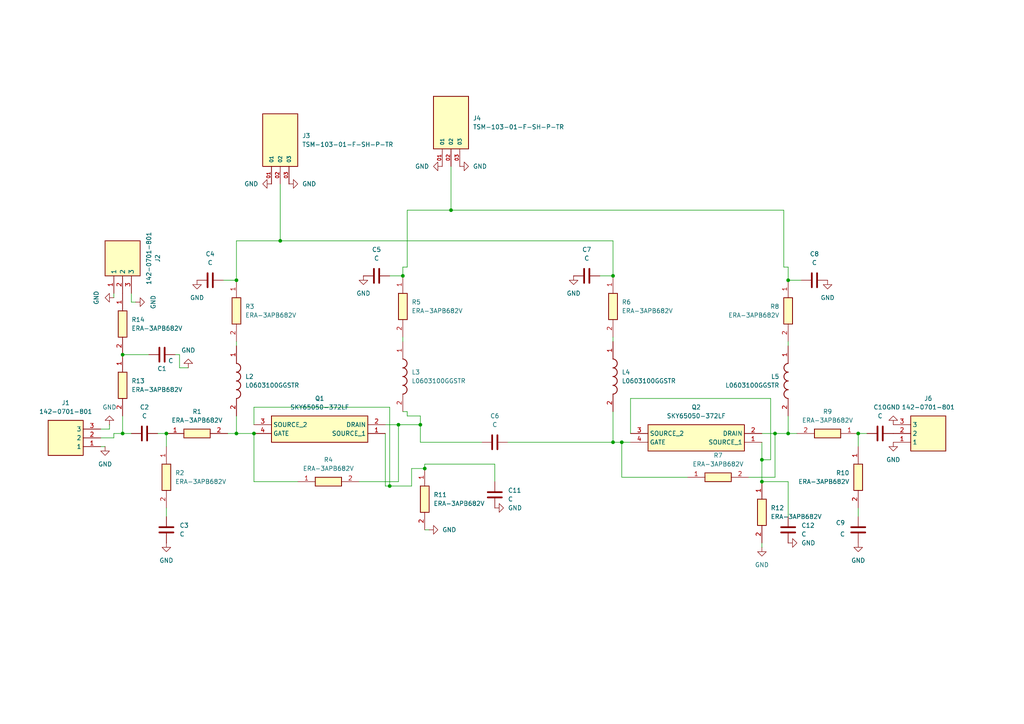
<source format=kicad_sch>
(kicad_sch (version 20231120) (generator "eeschema") (generator_version "8.0")
  (paper "A4")
  (lib_symbols
    (symbol "Device:C" (pin_numbers hide) (pin_names (offset 0.254))
      (property "Reference" "C" (at 0.635 2.54 0))
      (property "Value" "C" (at 0.635 -2.54 0))
      (symbol "C_0_1"
        (polyline (pts (xy -2.032 -0.762) (xy 2.032 -0.762)) (stroke (width 0.508)))
        (polyline (pts (xy -2.032 0.762) (xy 2.032 0.762)) (stroke (width 0.508)))
      )
      (symbol "C_1_1"
        (pin passive line (at 0 3.81 270) (length 2.794) (name "~") (number "1"))
        (pin passive line (at 0 -3.81 90) (length 2.794) (name "~") (number "2"))
      )
    )
    (symbol "Resistor:ERA-3APB682V" (pin_names hide)
      (property "Reference" "R" (at 13.97 6.35 0))
      (property "Value" "ERA-3APB682V" (at 13.97 3.81 0))
      (symbol "ERA-3APB682V_1_1"
        (rectangle (start 5.08 1.27) (end 12.7 -1.27) (stroke (width 0.254)) (fill (type background)))
        (pin passive line (at 0 0 0) (length 5.08) (name "1") (number "1"))
        (pin passive line (at 17.78 0 180) (length 5.08) (name "2") (number "2"))
      )
    )
    (symbol "SMA connector:142-0701-801"
      (property "Reference" "J" (at 16.51 7.62 0))
      (property "Value" "142-0701-801" (at 16.51 5.08 0))
      (symbol "142-0701-801_1_1"
        (rectangle (start 5.08 2.54) (end 15.24 -7.62) (stroke (width 0.254)) (fill (type background)))
        (pin passive line (at 0 0 0) (length 5.08) (name "1") (number "1"))
        (pin passive line (at 0 -2.54 0) (length 5.08) (name "2") (number "2"))
        (pin passive line (at 0 -5.08 0) (length 5.08) (name "3") (number "3"))
      )
    )
    (symbol "Transitor:SKY65050-372LF"
      (property "Reference" "Q" (at 34.29 7.62 0))
      (property "Value" "SKY65050-372LF" (at 34.29 5.08 0))
      (symbol "SKY65050-372LF_1_1"
        (rectangle (start 5.08 2.54) (end 33.02 -5.08) (stroke (width 0.254)) (fill (type background)))
        (pin passive line (at 0 -2.54 0) (length 5.08) (name "SOURCE_1") (number "1"))
        (pin passive line (at 0 0 0) (length 5.08) (name "DRAIN") (number "2"))
        (pin passive line (at 38.1 0 180) (length 5.08) (name "SOURCE_2") (number "3"))
        (pin passive line (at 38.1 -2.54 180) (length 5.08) (name "GATE") (number "4"))
      )
    )
    (symbol "inductor:L0603100GGSTR" (pin_names hide)
      (property "Reference" "L" (at 16.51 6.35 0))
      (property "Value" "L0603100GGSTR" (at 16.51 3.81 0))
      (symbol "L0603100GGSTR_1_1"
        (arc (start 7.62 0) (mid 6.35 1.219) (end 5.08 0) (stroke (width 0.254)))
        (arc (start 10.16 0) (mid 8.89 1.219) (end 7.62 0) (stroke (width 0.254)))
        (arc (start 12.7 0) (mid 11.43 1.219) (end 10.16 0) (stroke (width 0.254)))
        (arc (start 15.24 0) (mid 13.97 1.219) (end 12.7 0) (stroke (width 0.254)))
        (pin passive line (at 0 0 0) (length 5.08) (name "1") (number "1"))
        (pin passive line (at 20.32 0 180) (length 5.08) (name "2") (number "2"))
      )
    )
    (symbol "pin hearder:TSM-103-01-F-SH-P-TR" (pin_names (offset 1.016))
      (property "Reference" "J" (at -8.12 5.08 0))
      (property "Value" "TSM-103-01-F-SH-P-TR" (at -7.62 -7.62 0))
      (symbol "TSM-103-01-F-SH-P-TR_0_0"
        (rectangle (start -7.62 -5.08) (end 7.62 5.08) (stroke (width 0.254)) (fill (type background)))
        (pin passive line (at -12.7 2.54 0) (length 5.08) (name "01") (number "01"))
        (pin passive line (at -12.7 0 0) (length 5.08) (name "02") (number "02"))
        (pin passive line (at -12.7 -2.54 0) (length 5.08) (name "03") (number "03"))
      )
    )
    (symbol "power:GND" (power) (pin_numbers hide) (pin_names (offset 0) hide)
      (property "Value" "GND" (at 0 -3.81 0))
      (symbol "GND_0_1"
        (polyline (pts (xy 0 0) (xy 0 -1.27) (xy 1.27 -1.27) (xy 0 -2.54) (xy -1.27 -1.27) (xy 0 -1.27)))
      )
      (symbol "GND_1_1"
        (pin power_in line (at 0 0 270) (length 0) (name "~") (number "1"))
      )
    )
  )
  (junction (at 123.19 135.89))
  (junction (at 177.8 80.01))
  (junction (at 220.98 133.35))
  (junction (at 121.92 123.19))
  (junction (at 130.81 60.96))
  (junction (at 116.84 80.01))
  (junction (at 228.6 125.73))
  (junction (at 35.56 125.73))
  (junction (at 115.57 123.19))
  (junction (at 220.98 139.7))
  (junction (at 224.79 125.73))
  (junction (at 35.56 102.87))
  (junction (at 248.92 125.73))
  (junction (at 48.26 125.73))
  (junction (at 81.28 69.85))
  (junction (at 177.8 128.27))
  (junction (at 180.34 128.27))
  (junction (at 228.6 81.28))
  (junction (at 113.03 140.97))
  (junction (at 68.58 125.73))
  (junction (at 68.58 81.28))
  (junction (at 73.66 125.73))
  (wire (pts (xy 111.76 123.19) (xy 115.57 123.19)))
  (wire (pts (xy 130.81 60.96) (xy 118.11 60.96)))
  (wire (pts (xy 52.07 106.68) (xy 52.07 102.87)))
  (wire (pts (xy 115.57 123.19) (xy 121.92 123.19)))
  (wire (pts (xy 113.03 118.11) (xy 73.66 118.11)))
  (wire (pts (xy 68.58 120.65) (xy 68.58 125.73)))
  (wire (pts (xy 119.38 135.89) (xy 123.19 135.89)))
  (wire (pts (xy 182.88 115.57) (xy 223.52 115.57)))
  (wire (pts (xy 121.92 120.65) (xy 121.92 123.19)))
  (wire (pts (xy 180.34 138.43) (xy 199.39 138.43)))
  (wire (pts (xy 123.19 134.62) (xy 143.51 134.62)))
  (wire (pts (xy 130.81 48.26) (xy 130.81 60.96)))
  (wire (pts (xy 118.11 77.47) (xy 116.84 77.47)))
  (wire (pts (xy 33.02 127) (xy 33.02 125.73)))
  (wire (pts (xy 220.98 139.7) (xy 220.98 133.35)))
  (wire (pts (xy 121.92 123.19) (xy 121.92 128.27)))
  (wire (pts (xy 224.79 125.73) (xy 228.6 125.73)))
  (wire (pts (xy 48.26 125.73) (xy 45.72 125.73)))
  (wire (pts (xy 29.21 127) (xy 33.02 127)))
  (wire (pts (xy 248.92 125.73) (xy 248.92 129.54)))
  (wire (pts (xy 35.56 120.65) (xy 35.56 125.73)))
  (wire (pts (xy 220.98 133.35) (xy 220.98 128.27)))
  (wire (pts (xy 228.6 99.06) (xy 228.6 100.33)))
  (wire (pts (xy 81.28 53.34) (xy 81.28 69.85)))
  (wire (pts (xy 121.92 128.27) (xy 139.7 128.27)))
  (wire (pts (xy 116.84 97.79) (xy 116.84 99.06)))
  (wire (pts (xy 182.88 115.57) (xy 182.88 125.73)))
  (wire (pts (xy 228.6 120.65) (xy 228.6 125.73)))
  (wire (pts (xy 119.38 140.97) (xy 119.38 135.89)))
  (wire (pts (xy 48.26 147.32) (xy 48.26 149.86)))
  (wire (pts (xy 38.1 85.09) (xy 38.1 87.63)))
  (wire (pts (xy 68.58 125.73) (xy 73.66 125.73)))
  (wire (pts (xy 68.58 69.85) (xy 68.58 81.28)))
  (wire (pts (xy 81.28 69.85) (xy 177.8 69.85)))
  (wire (pts (xy 68.58 99.06) (xy 68.58 100.33)))
  (wire (pts (xy 223.52 133.35) (xy 220.98 133.35)))
  (wire (pts (xy 180.34 138.43) (xy 180.34 128.27)))
  (wire (pts (xy 232.41 81.28) (xy 228.6 81.28)))
  (wire (pts (xy 118.11 119.38) (xy 116.84 119.38)))
  (wire (pts (xy 177.8 128.27) (xy 180.34 128.27)))
  (wire (pts (xy 81.28 69.85) (xy 68.58 69.85)))
  (wire (pts (xy 113.03 140.97) (xy 113.03 118.11)))
  (wire (pts (xy 38.1 87.63) (xy 39.37 87.63)))
  (wire (pts (xy 35.56 125.73) (xy 38.1 125.73)))
  (wire (pts (xy 73.66 118.11) (xy 73.66 123.19)))
  (wire (pts (xy 118.11 60.96) (xy 118.11 77.47)))
  (wire (pts (xy 224.79 125.73) (xy 224.79 138.43)))
  (wire (pts (xy 115.57 139.7) (xy 115.57 123.19)))
  (wire (pts (xy 228.6 139.7) (xy 228.6 149.86)))
  (wire (pts (xy 43.18 102.87) (xy 35.56 102.87)))
  (wire (pts (xy 73.66 139.7) (xy 73.66 125.73)))
  (wire (pts (xy 248.92 125.73) (xy 251.46 125.73)))
  (wire (pts (xy 104.14 139.7) (xy 115.57 139.7)))
  (wire (pts (xy 130.81 60.96) (xy 227.33 60.96)))
  (wire (pts (xy 48.26 125.73) (xy 48.26 129.54)))
  (wire (pts (xy 111.76 125.73) (xy 111.76 140.97)))
  (wire (pts (xy 231.14 125.73) (xy 228.6 125.73)))
  (wire (pts (xy 113.03 140.97) (xy 119.38 140.97)))
  (wire (pts (xy 116.84 77.47) (xy 116.84 80.01)))
  (wire (pts (xy 248.92 147.32) (xy 248.92 149.86)))
  (wire (pts (xy 29.21 129.54) (xy 30.48 129.54)))
  (wire (pts (xy 180.34 128.27) (xy 182.88 128.27)))
  (wire (pts (xy 54.61 106.68) (xy 52.07 106.68)))
  (wire (pts (xy 123.19 153.67) (xy 124.46 153.67)))
  (wire (pts (xy 143.51 134.62) (xy 143.51 139.7)))
  (wire (pts (xy 177.8 97.79) (xy 177.8 99.06)))
  (wire (pts (xy 33.02 85.09) (xy 33.02 86.36)))
  (wire (pts (xy 220.98 158.75) (xy 220.98 157.48)))
  (wire (pts (xy 173.99 80.01) (xy 177.8 80.01)))
  (wire (pts (xy 31.75 124.46) (xy 31.75 123.19)))
  (wire (pts (xy 177.8 119.38) (xy 177.8 128.27)))
  (wire (pts (xy 29.21 124.46) (xy 31.75 124.46)))
  (wire (pts (xy 227.33 77.47) (xy 228.6 77.47)))
  (wire (pts (xy 123.19 135.89) (xy 123.19 134.62)))
  (wire (pts (xy 220.98 139.7) (xy 228.6 139.7)))
  (wire (pts (xy 66.04 125.73) (xy 68.58 125.73)))
  (wire (pts (xy 223.52 115.57) (xy 223.52 133.35)))
  (wire (pts (xy 217.17 138.43) (xy 224.79 138.43)))
  (wire (pts (xy 52.07 102.87) (xy 50.8 102.87)))
  (wire (pts (xy 228.6 77.47) (xy 228.6 81.28)))
  (wire (pts (xy 111.76 140.97) (xy 113.03 140.97)))
  (wire (pts (xy 227.33 60.96) (xy 227.33 77.47)))
  (wire (pts (xy 118.11 120.65) (xy 118.11 119.38)))
  (wire (pts (xy 113.03 80.01) (xy 116.84 80.01)))
  (wire (pts (xy 220.98 125.73) (xy 224.79 125.73)))
  (wire (pts (xy 177.8 80.01) (xy 177.8 69.85)))
  (wire (pts (xy 177.8 128.27) (xy 147.32 128.27)))
  (wire (pts (xy 33.02 125.73) (xy 35.56 125.73)))
  (wire (pts (xy 64.77 81.28) (xy 68.58 81.28)))
  (wire (pts (xy 121.92 120.65) (xy 118.11 120.65)))
  (wire (pts (xy 86.36 139.7) (xy 73.66 139.7)))
  (symbol (lib_id "power:GND") (at 78.74 53.34 270) (unit 1)
    (property "Reference" "#PWR09" (effects (hide yes)))
    (property "Value" "GND" (at 74.93 53.3399 90) (effects (justify right)))
    (property "Description" "Power symbol creates a global label with name \"GND\" , ground" (effects (hide yes)))
  )
  (symbol (lib_id "power:GND") (at 54.61 106.68 180) (unit 1)
    (property "Reference" "#PWR05" (effects (hide yes)))
    (property "Value" "GND" (at 54.61 101.6 0))
    (property "Description" "Power symbol creates a global label with name \"GND\" , ground" (effects (hide yes)))
  )
  (symbol (lib_id "Resistor:ERA-3APB682V") (at 228.6 81.28 90) (mirror x) (unit 1)
    (property "Reference" "R8" (at 226.06 88.8999 90) (effects (justify left)))
    (property "Value" "ERA-3APB682V" (at 226.06 91.4399 90) (effects (justify left)))
    (property "Footprint" "Resistor:ERA3AEB101V" (effects (hide yes)))
    (property "Datasheet" "https://industrial.panasonic.com/cdbs/www-data/pdf/RDM0000/AOA0000C307.pdf" (effects (hide yes)))
    (property "Description" "Thin Film Resistors - SMD 0603 6.8Kohm 0.1% 15ppm AEC-Q200" (effects (hide yes)))
    (property "Height" "0.55" (effects (hide yes)))
    (property "Mouser Part Number" "667-ERA-3APB682V" (effects (hide yes)))
    (property "Mouser Price/Stock" "https://www.mouser.co.uk/ProductDetail/Panasonic/ERA-3APB682V?qs=ob%252BdNz2%252BYEgpCOZg4hfivQ%3D%3D" (effects (hide yes)))
    (property "Manufacturer_Name" "Panasonic" (effects (hide yes)))
    (property "Manufacturer_Part_Number" "ERA-3APB682V" (effects (hide yes)))
  )
  (symbol (lib_id "power:GND") (at 33.02 86.36 270) (unit 1)
    (property "Reference" "#PWR03" (effects (hide yes)))
    (property "Value" "GND" (at 27.94 86.36 0))
    (property "Description" "Power symbol creates a global label with name \"GND\" , ground" (effects (hide yes)))
  )
  (symbol (lib_id "Resistor:ERA-3APB682V") (at 86.36 139.7 0) (unit 1)
    (property "Reference" "R4" (at 95.25 133.35 0))
    (property "Value" "ERA-3APB682V" (at 95.25 135.89 0))
    (property "Footprint" "Resistor:ERA3AEB101V" (effects (hide yes)))
    (property "Datasheet" "https://industrial.panasonic.com/cdbs/www-data/pdf/RDM0000/AOA0000C307.pdf" (effects (hide yes)))
    (property "Description" "Thin Film Resistors - SMD 0603 6.8Kohm 0.1% 15ppm AEC-Q200" (effects (hide yes)))
    (property "Height" "0.55" (effects (hide yes)))
    (property "Mouser Part Number" "667-ERA-3APB682V" (effects (hide yes)))
    (property "Mouser Price/Stock" "https://www.mouser.co.uk/ProductDetail/Panasonic/ERA-3APB682V?qs=ob%252BdNz2%252BYEgpCOZg4hfivQ%3D%3D" (effects (hide yes)))
    (property "Manufacturer_Name" "Panasonic" (effects (hide yes)))
    (property "Manufacturer_Part_Number" "ERA-3APB682V" (effects (hide yes)))
  )
  (symbol (lib_id "Transitor:SKY65050-372LF") (at 220.98 125.73 0) (mirror y) (unit 1)
    (property "Reference" "Q2" (at 201.93 118.11 0))
    (property "Value" "SKY65050-372LF" (at 201.93 120.65 0))
    (property "Footprint" "KiCad:SKY65050372LF" (effects (hide yes)))
    (property "Datasheet" "https://datasheet.datasheetarchive.com/originals/distributors/Datasheets-DGA3/319654.pdf" (effects (hide yes)))
    (property "Description" "RF JFET Transistors .45-6.0GHz NF .45dB Gain 15.5dB @ 2.4GHz" (effects (hide yes)))
    (property "Height" "1.1" (effects (hide yes)))
    (property "Mouser Part Number" "873-SKY65050-372LF" (effects (hide yes)))
    (property "Mouser Price/Stock" "https://www.mouser.co.uk/ProductDetail/Skyworks-Solutions-Inc/SKY65050-372LF?qs=WMHGlxXAKT%2FDtxZcJIWIBw%3D%3D" (effects (hide yes)))
    (property "Manufacturer_Name" "Skyworks" (effects (hide yes)))
    (property "Manufacturer_Part_Number" "SKY65050-372LF" (effects (hide yes)))
  )
  (symbol (lib_id "Device:C") (at 255.27 125.73 90) (mirror x) (unit 1)
    (property "Reference" "C10" (at 255.27 118.11 90))
    (property "Value" "C" (at 255.27 120.65 90))
    (property "Footprint" "Capacitor:GRM18x" (effects (hide yes)))
    (property "Description" "Unpolarized capacitor" (effects (hide yes)))
  )
  (symbol (lib_id "Resistor:ERA-3APB682V") (at 220.98 139.7 270) (unit 1)
    (property "Reference" "R12" (at 223.52 147.3199 90) (effects (justify left)))
    (property "Value" "ERA-3APB682V" (at 223.52 149.8599 90) (effects (justify left)))
    (property "Footprint" "Resistor:ERA3AEB101V" (effects (hide yes)))
    (property "Datasheet" "https://industrial.panasonic.com/cdbs/www-data/pdf/RDM0000/AOA0000C307.pdf" (effects (hide yes)))
    (property "Description" "Thin Film Resistors - SMD 0603 6.8Kohm 0.1% 15ppm AEC-Q200" (effects (hide yes)))
    (property "Height" "0.55" (effects (hide yes)))
    (property "Mouser Part Number" "667-ERA-3APB682V" (effects (hide yes)))
    (property "Mouser Price/Stock" "https://www.mouser.co.uk/ProductDetail/Panasonic/ERA-3APB682V?qs=ob%252BdNz2%252BYEgpCOZg4hfivQ%3D%3D" (effects (hide yes)))
    (property "Manufacturer_Name" "Panasonic" (effects (hide yes)))
    (property "Manufacturer_Part_Number" "ERA-3APB682V" (effects (hide yes)))
  )
  (symbol (lib_id "power:GND") (at 133.35 48.26 90) (unit 1)
    (property "Reference" "#PWR015" (effects (hide yes)))
    (property "Value" "GND" (at 137.16 48.2599 90) (effects (justify right)))
    (property "Description" "Power symbol creates a global label with name \"GND\" , ground" (effects (hide yes)))
  )
  (symbol (lib_id "Resistor:ERA-3APB682V") (at 35.56 85.09 270) (unit 1)
    (property "Reference" "R14" (at 38.1 92.7099 90) (effects (justify left)))
    (property "Value" "ERA-3APB682V" (at 38.1 95.2499 90) (effects (justify left)))
    (property "Footprint" "Resistor:ERA3AEB101V" (effects (hide yes)))
    (property "Datasheet" "https://industrial.panasonic.com/cdbs/www-data/pdf/RDM0000/AOA0000C307.pdf" (effects (hide yes)))
    (property "Description" "Thin Film Resistors - SMD 0603 6.8Kohm 0.1% 15ppm AEC-Q200" (effects (hide yes)))
    (property "Height" "0.55" (effects (hide yes)))
    (property "Mouser Part Number" "667-ERA-3APB682V" (effects (hide yes)))
    (property "Mouser Price/Stock" "https://www.mouser.co.uk/ProductDetail/Panasonic/ERA-3APB682V?qs=ob%252BdNz2%252BYEgpCOZg4hfivQ%3D%3D" (effects (hide yes)))
    (property "Manufacturer_Name" "Panasonic" (effects (hide yes)))
    (property "Manufacturer_Part_Number" "ERA-3APB682V" (effects (hide yes)))
  )
  (symbol (lib_id "power:GND") (at 248.92 157.48 0) (unit 1)
    (property "Reference" "#PWR021" (effects (hide yes)))
    (property "Value" "GND" (at 248.92 162.56 0))
    (property "Description" "Power symbol creates a global label with name \"GND\" , ground" (effects (hide yes)))
  )
  (symbol (lib_id "Resistor:ERA-3APB682V") (at 177.8 80.01 270) (unit 1)
    (property "Reference" "R6" (at 180.34 87.6299 90) (effects (justify left)))
    (property "Value" "ERA-3APB682V" (at 180.34 90.1699 90) (effects (justify left)))
    (property "Footprint" "Resistor:ERA3AEB101V" (effects (hide yes)))
    (property "Datasheet" "https://industrial.panasonic.com/cdbs/www-data/pdf/RDM0000/AOA0000C307.pdf" (effects (hide yes)))
    (property "Description" "Thin Film Resistors - SMD 0603 6.8Kohm 0.1% 15ppm AEC-Q200" (effects (hide yes)))
    (property "Height" "0.55" (effects (hide yes)))
    (property "Mouser Part Number" "667-ERA-3APB682V" (effects (hide yes)))
    (property "Mouser Price/Stock" "https://www.mouser.co.uk/ProductDetail/Panasonic/ERA-3APB682V?qs=ob%252BdNz2%252BYEgpCOZg4hfivQ%3D%3D" (effects (hide yes)))
    (property "Manufacturer_Name" "Panasonic" (effects (hide yes)))
    (property "Manufacturer_Part_Number" "ERA-3APB682V" (effects (hide yes)))
  )
  (symbol (lib_id "Resistor:ERA-3APB682V") (at 248.92 125.73 0) (mirror y) (unit 1)
    (property "Reference" "R9" (at 240.03 119.38 0))
    (property "Value" "ERA-3APB682V" (at 240.03 121.92 0))
    (property "Footprint" "Resistor:ERA3AEB101V" (effects (hide yes)))
    (property "Datasheet" "https://industrial.panasonic.com/cdbs/www-data/pdf/RDM0000/AOA0000C307.pdf" (effects (hide yes)))
    (property "Description" "Thin Film Resistors - SMD 0603 6.8Kohm 0.1% 15ppm AEC-Q200" (effects (hide yes)))
    (property "Height" "0.55" (effects (hide yes)))
    (property "Mouser Part Number" "667-ERA-3APB682V" (effects (hide yes)))
    (property "Mouser Price/Stock" "https://www.mouser.co.uk/ProductDetail/Panasonic/ERA-3APB682V?qs=ob%252BdNz2%252BYEgpCOZg4hfivQ%3D%3D" (effects (hide yes)))
    (property "Manufacturer_Name" "Panasonic" (effects (hide yes)))
    (property "Manufacturer_Part_Number" "ERA-3APB682V" (effects (hide yes)))
  )
  (symbol (lib_id "power:GND") (at 30.48 129.54 0) (unit 1)
    (property "Reference" "#PWR01" (effects (hide yes)))
    (property "Value" "GND" (at 30.48 134.62 0))
    (property "Description" "Power symbol creates a global label with name \"GND\" , ground" (effects (hide yes)))
  )
  (symbol (lib_id "Device:C") (at 236.22 81.28 90) (mirror x) (unit 1)
    (property "Reference" "C8" (at 236.22 73.66 90))
    (property "Value" "C" (at 236.22 76.2 90))
    (property "Footprint" "Capacitor:GRM18x" (effects (hide yes)))
    (property "Description" "Unpolarized capacitor" (effects (hide yes)))
  )
  (symbol (lib_id "power:GND") (at 166.37 80.01 0) (unit 1)
    (property "Reference" "#PWR017" (effects (hide yes)))
    (property "Value" "GND" (at 166.37 85.09 0))
    (property "Description" "Power symbol creates a global label with name \"GND\" , ground" (effects (hide yes)))
  )
  (symbol (lib_id "Resistor:ERA-3APB682V") (at 68.58 81.28 270) (unit 1)
    (property "Reference" "R3" (at 71.12 88.8999 90) (effects (justify left)))
    (property "Value" "ERA-3APB682V" (at 71.12 91.4399 90) (effects (justify left)))
    (property "Footprint" "Resistor:ERA3AEB101V" (effects (hide yes)))
    (property "Datasheet" "https://industrial.panasonic.com/cdbs/www-data/pdf/RDM0000/AOA0000C307.pdf" (effects (hide yes)))
    (property "Description" "Thin Film Resistors - SMD 0603 6.8Kohm 0.1% 15ppm AEC-Q200" (effects (hide yes)))
    (property "Height" "0.55" (effects (hide yes)))
    (property "Mouser Part Number" "667-ERA-3APB682V" (effects (hide yes)))
    (property "Mouser Price/Stock" "https://www.mouser.co.uk/ProductDetail/Panasonic/ERA-3APB682V?qs=ob%252BdNz2%252BYEgpCOZg4hfivQ%3D%3D" (effects (hide yes)))
    (property "Manufacturer_Name" "Panasonic" (effects (hide yes)))
    (property "Manufacturer_Part_Number" "ERA-3APB682V" (effects (hide yes)))
  )
  (symbol (lib_id "power:GND") (at 143.51 147.32 90) (unit 1)
    (property "Reference" "#PWR016" (effects (hide yes)))
    (property "Value" "GND" (at 147.32 147.3199 90) (effects (justify right)))
    (property "Description" "Power symbol creates a global label with name \"GND\" , ground" (effects (hide yes)))
  )
  (symbol (lib_id "Device:C") (at 143.51 128.27 90) (unit 1)
    (property "Reference" "C6" (at 143.51 120.65 90))
    (property "Value" "C" (at 143.51 123.19 90))
    (property "Footprint" "Capacitor:GRM18x" (effects (hide yes)))
    (property "Description" "Unpolarized capacitor" (effects (hide yes)))
  )
  (symbol (lib_id "Device:C") (at 109.22 80.01 270) (unit 1)
    (property "Reference" "C5" (at 109.22 72.39 90))
    (property "Value" "C" (at 109.22 74.93 90))
    (property "Footprint" "Capacitor:GRM18x" (effects (hide yes)))
    (property "Description" "Unpolarized capacitor" (effects (hide yes)))
  )
  (symbol (lib_id "SMA connector:142-0701-801") (at 33.02 85.09 90) (unit 1)
    (property "Reference" "J2" (at 45.72 74.93 0))
    (property "Value" "142-0701-801" (at 43.18 74.93 0))
    (property "Footprint" "SMA connector:142-0701-851" (effects (hide yes)))
    (property "Description" "JOHNSON - 142-0701-801 - \\u5C04\\u9891/\\u540C\\u8F74\\u63D2\\u5B54, SMA, PCB\\u5B89\\u88C5" (effects (hide yes)))
    (property "Mouser Part Number" "530-142-0701-801" (effects (hide yes)))
    (property "Mouser Price/Stock" "https://www.mouser.co.uk/ProductDetail/Johnson-Cinch-Connectivity-Solutions/142-0701-801?qs=PcPxjN2Z58KbDaDuDxyLHA%3D%3D" (effects (hide yes)))
    (property "Manufacturer_Name" "Cinch Connectivity Solutions" (effects (hide yes)))
    (property "Manufacturer_Part_Number" "142-0701-801" (effects (hide yes)))
  )
  (symbol (lib_id "power:GND") (at 105.41 80.01 0) (unit 1)
    (property "Reference" "#PWR011" (effects (hide yes)))
    (property "Value" "GND" (at 105.41 85.09 0))
    (property "Description" "Power symbol creates a global label with name \"GND\" , ground" (effects (hide yes)))
  )
  (symbol (lib_id "Resistor:ERA-3APB682V") (at 123.19 135.89 270) (unit 1)
    (property "Reference" "R11" (at 125.73 143.5099 90) (effects (justify left)))
    (property "Value" "ERA-3APB682V" (at 125.73 146.0499 90) (effects (justify left)))
    (property "Footprint" "Resistor:ERA3AEB101V" (effects (hide yes)))
    (property "Datasheet" "https://industrial.panasonic.com/cdbs/www-data/pdf/RDM0000/AOA0000C307.pdf" (effects (hide yes)))
    (property "Description" "Thin Film Resistors - SMD 0603 6.8Kohm 0.1% 15ppm AEC-Q200" (effects (hide yes)))
    (property "Height" "0.55" (effects (hide yes)))
    (property "Mouser Part Number" "667-ERA-3APB682V" (effects (hide yes)))
    (property "Mouser Price/Stock" "https://www.mouser.co.uk/ProductDetail/Panasonic/ERA-3APB682V?qs=ob%252BdNz2%252BYEgpCOZg4hfivQ%3D%3D" (effects (hide yes)))
    (property "Manufacturer_Name" "Panasonic" (effects (hide yes)))
    (property "Manufacturer_Part_Number" "ERA-3APB682V" (effects (hide yes)))
  )
  (symbol (lib_id "Transitor:SKY65050-372LF") (at 111.76 123.19 0) (mirror y) (unit 1)
    (property "Reference" "Q1" (at 92.71 115.57 0))
    (property "Value" "SKY65050-372LF" (at 92.71 118.11 0))
    (property "Footprint" "KiCad:SKY65050372LF" (effects (hide yes)))
    (property "Datasheet" "https://datasheet.datasheetarchive.com/originals/distributors/Datasheets-DGA3/319654.pdf" (effects (hide yes)))
    (property "Description" "RF JFET Transistors .45-6.0GHz NF .45dB Gain 15.5dB @ 2.4GHz" (effects (hide yes)))
    (property "Height" "1.1" (effects (hide yes)))
    (property "Mouser Part Number" "873-SKY65050-372LF" (effects (hide yes)))
    (property "Mouser Price/Stock" "https://www.mouser.co.uk/ProductDetail/Skyworks-Solutions-Inc/SKY65050-372LF?qs=WMHGlxXAKT%2FDtxZcJIWIBw%3D%3D" (effects (hide yes)))
    (property "Manufacturer_Name" "Skyworks" (effects (hide yes)))
    (property "Manufacturer_Part_Number" "SKY65050-372LF" (effects (hide yes)))
  )
  (symbol (lib_id "power:GND") (at 259.08 123.19 180) (unit 1)
    (property "Reference" "#PWR022" (effects (hide yes)))
    (property "Value" "GND" (at 259.08 118.11 0))
    (property "Description" "Power symbol creates a global label with name \"GND\" , ground" (effects (hide yes)))
  )
  (symbol (lib_id "Device:C") (at 60.96 81.28 270) (unit 1)
    (property "Reference" "C4" (at 60.96 73.66 90))
    (property "Value" "C" (at 60.96 76.2 90))
    (property "Footprint" "Capacitor:GRM18x" (effects (hide yes)))
    (property "Description" "Unpolarized capacitor" (effects (hide yes)))
  )
  (symbol (lib_id "pin hearder:TSM-103-01-F-SH-P-TR") (at 130.81 35.56 90) (unit 1)
    (property "Reference" "J4" (at 137.16 34.2899 90) (effects (justify right)))
    (property "Value" "TSM-103-01-F-SH-P-TR" (at 137.16 36.8299 90) (effects (justify right)))
    (property "Footprint" "LNA_V2_2 Stage design:SAMTEC_TSM-103-01-F-SH-P-TR" (effects (hide yes)))
    (property "PARTREV" "R" (effects (hide yes)))
    (property "MANUFACTURER" "Samtec Inc." (effects (hide yes)))
    (property "STANDARD" "Manufacturer Recommendations" (effects (hide yes)))
  )
  (symbol (lib_id "Device:C") (at 143.51 143.51 180) (unit 1)
    (property "Reference" "C11" (at 147.32 142.2399 0) (effects (justify right)))
    (property "Value" "C" (at 147.32 144.7799 0) (effects (justify right)))
    (property "Footprint" "Capacitor:GRM18x" (effects (hide yes)))
    (property "Description" "Unpolarized capacitor" (effects (hide yes)))
  )
  (symbol (lib_id "power:GND") (at 57.15 81.28 0) (unit 1)
    (property "Reference" "#PWR07" (effects (hide yes)))
    (property "Value" "GND" (at 57.15 86.36 0))
    (property "Description" "Power symbol creates a global label with name \"GND\" , ground" (effects (hide yes)))
  )
  (symbol (lib_id "pin hearder:TSM-103-01-F-SH-P-TR") (at 81.28 40.64 90) (unit 1)
    (property "Reference" "J3" (at 87.63 39.3699 90) (effects (justify right)))
    (property "Value" "TSM-103-01-F-SH-P-TR" (at 87.63 41.9099 90) (effects (justify right)))
    (property "Footprint" "LNA_V2_2 Stage design:SAMTEC_TSM-103-01-F-SH-P-TR" (effects (hide yes)))
    (property "PARTREV" "R" (effects (hide yes)))
    (property "MANUFACTURER" "Samtec Inc." (effects (hide yes)))
    (property "STANDARD" "Manufacturer Recommendations" (effects (hide yes)))
  )
  (symbol (lib_id "Device:C") (at 228.6 153.67 180) (unit 1)
    (property "Reference" "C12" (at 232.41 152.3999 0) (effects (justify right)))
    (property "Value" "C" (at 232.41 154.9399 0) (effects (justify right)))
    (property "Footprint" "Capacitor:GRM18x" (effects (hide yes)))
    (property "Description" "Unpolarized capacitor" (effects (hide yes)))
  )
  (symbol (lib_id "power:GND") (at 128.27 48.26 270) (unit 1)
    (property "Reference" "#PWR013" (effects (hide yes)))
    (property "Value" "GND" (at 124.46 48.2599 90) (effects (justify right)))
    (property "Description" "Power symbol creates a global label with name \"GND\" , ground" (effects (hide yes)))
  )
  (symbol (lib_id "power:GND") (at 228.6 157.48 90) (unit 1)
    (property "Reference" "#PWR08" (effects (hide yes)))
    (property "Value" "GND" (at 232.41 157.4799 90) (effects (justify right)))
    (property "Description" "Power symbol creates a global label with name \"GND\" , ground" (effects (hide yes)))
  )
  (symbol (lib_id "inductor:L0603100GGSTR") (at 116.84 99.06 270) (unit 1)
    (property "Reference" "L3" (at 119.38 107.9499 90) (effects (justify left)))
    (property "Value" "L0603100GGSTR" (at 119.38 110.4899 90) (effects (justify left)))
    (property "Footprint" "inductor:INDC1608X71N" (effects (hide yes)))
    (property "Description" "Fixed Inductors 10nH 2% 0603 SMD High Q RF" (effects (hide yes)))
    (property "Height" "0.71" (effects (hide yes)))
    (property "Mouser Part Number" "581-L0603100GGSTR" (effects (hide yes)))
    (property "Mouser Price/Stock" "https://www.mouser.co.uk/ProductDetail/AVX/L0603100GGSTR?qs=AN%2FjzIGj%2FCUcxGzyDDsRKA%3D%3D" (effects (hide yes)))
    (property "Manufacturer_Name" "Kyocera AVX" (effects (hide yes)))
    (property "Manufacturer_Part_Number" "L0603100GGSTR" (effects (hide yes)))
  )
  (symbol (lib_id "power:GND") (at 39.37 87.63 90) (unit 1)
    (property "Reference" "#PWR04" (effects (hide yes)))
    (property "Value" "GND" (at 44.45 87.63 0))
    (property "Description" "Power symbol creates a global label with name \"GND\" , ground" (effects (hide yes)))
  )
  (symbol (lib_id "inductor:L0603100GGSTR") (at 177.8 99.06 270) (unit 1)
    (property "Reference" "L4" (at 180.34 107.9499 90) (effects (justify left)))
    (property "Value" "L0603100GGSTR" (at 180.34 110.4899 90) (effects (justify left)))
    (property "Footprint" "inductor:INDC1608X71N" (effects (hide yes)))
    (property "Description" "Fixed Inductors 10nH 2% 0603 SMD High Q RF" (effects (hide yes)))
    (property "Height" "0.71" (effects (hide yes)))
    (property "Mouser Part Number" "581-L0603100GGSTR" (effects (hide yes)))
    (property "Mouser Price/Stock" "https://www.mouser.co.uk/ProductDetail/AVX/L0603100GGSTR?qs=AN%2FjzIGj%2FCUcxGzyDDsRKA%3D%3D" (effects (hide yes)))
    (property "Manufacturer_Name" "Kyocera AVX" (effects (hide yes)))
    (property "Manufacturer_Part_Number" "L0603100GGSTR" (effects (hide yes)))
  )
  (symbol (lib_id "inductor:L0603100GGSTR") (at 68.58 100.33 270) (unit 1)
    (property "Reference" "L2" (at 71.12 109.2199 90) (effects (justify left)))
    (property "Value" "L0603100GGSTR" (at 71.12 111.7599 90) (effects (justify left)))
    (property "Footprint" "inductor:INDC1608X71N" (effects (hide yes)))
    (property "Description" "Fixed Inductors 10nH 2% 0603 SMD High Q RF" (effects (hide yes)))
    (property "Height" "0.71" (effects (hide yes)))
    (property "Mouser Part Number" "581-L0603100GGSTR" (effects (hide yes)))
    (property "Mouser Price/Stock" "https://www.mouser.co.uk/ProductDetail/AVX/L0603100GGSTR?qs=AN%2FjzIGj%2FCUcxGzyDDsRKA%3D%3D" (effects (hide yes)))
    (property "Manufacturer_Name" "Kyocera AVX" (effects (hide yes)))
    (property "Manufacturer_Part_Number" "L0603100GGSTR" (effects (hide yes)))
  )
  (symbol (lib_id "SMA connector:142-0701-801") (at 29.21 129.54 180) (unit 1)
    (property "Reference" "J1" (at 19.05 116.84 0))
    (property "Value" "142-0701-801" (at 19.05 119.38 0))
    (property "Footprint" "SMA connector:142-0701-851" (effects (hide yes)))
    (property "Description" "JOHNSON - 142-0701-801 - \\u5C04\\u9891/\\u540C\\u8F74\\u63D2\\u5B54, SMA, PCB\\u5B89\\u88C5" (effects (hide yes)))
    (property "Mouser Part Number" "530-142-0701-801" (effects (hide yes)))
    (property "Mouser Price/Stock" "https://www.mouser.co.uk/ProductDetail/Johnson-Cinch-Connectivity-Solutions/142-0701-801?qs=PcPxjN2Z58KbDaDuDxyLHA%3D%3D" (effects (hide yes)))
    (property "Manufacturer_Name" "Cinch Connectivity Solutions" (effects (hide yes)))
    (property "Manufacturer_Part_Number" "142-0701-801" (effects (hide yes)))
  )
  (symbol (lib_id "Resistor:ERA-3APB682V") (at 116.84 80.01 270) (unit 1)
    (property "Reference" "R5" (at 119.38 87.6299 90) (effects (justify left)))
    (property "Value" "ERA-3APB682V" (at 119.38 90.1699 90) (effects (justify left)))
    (property "Footprint" "Resistor:ERA3AEB101V" (effects (hide yes)))
    (property "Datasheet" "https://industrial.panasonic.com/cdbs/www-data/pdf/RDM0000/AOA0000C307.pdf" (effects (hide yes)))
    (property "Description" "Thin Film Resistors - SMD 0603 6.8Kohm 0.1% 15ppm AEC-Q200" (effects (hide yes)))
    (property "Height" "0.55" (effects (hide yes)))
    (property "Mouser Part Number" "667-ERA-3APB682V" (effects (hide yes)))
    (property "Mouser Price/Stock" "https://www.mouser.co.uk/ProductDetail/Panasonic/ERA-3APB682V?qs=ob%252BdNz2%252BYEgpCOZg4hfivQ%3D%3D" (effects (hide yes)))
    (property "Manufacturer_Name" "Panasonic" (effects (hide yes)))
    (property "Manufacturer_Part_Number" "ERA-3APB682V" (effects (hide yes)))
  )
  (symbol (lib_id "power:GND") (at 220.98 158.75 0) (unit 1)
    (property "Reference" "#PWR019" (effects (hide yes)))
    (property "Value" "GND" (at 220.98 163.83 0))
    (property "Description" "Power symbol creates a global label with name \"GND\" , ground" (effects (hide yes)))
  )
  (symbol (lib_id "Resistor:ERA-3APB682V") (at 48.26 125.73 0) (unit 1)
    (property "Reference" "R1" (at 57.15 119.38 0))
    (property "Value" "ERA-3APB682V" (at 57.15 121.92 0))
    (property "Footprint" "Resistor:ERA3AEB101V" (effects (hide yes)))
    (property "Datasheet" "https://industrial.panasonic.com/cdbs/www-data/pdf/RDM0000/AOA0000C307.pdf" (effects (hide yes)))
    (property "Description" "Thin Film Resistors - SMD 0603 6.8Kohm 0.1% 15ppm AEC-Q200" (effects (hide yes)))
    (property "Height" "0.55" (effects (hide yes)))
    (property "Mouser Part Number" "667-ERA-3APB682V" (effects (hide yes)))
    (property "Mouser Price/Stock" "https://www.mouser.co.uk/ProductDetail/Panasonic/ERA-3APB682V?qs=ob%252BdNz2%252BYEgpCOZg4hfivQ%3D%3D" (effects (hide yes)))
    (property "Manufacturer_Name" "Panasonic" (effects (hide yes)))
    (property "Manufacturer_Part_Number" "ERA-3APB682V" (effects (hide yes)))
  )
  (symbol (lib_id "Device:C") (at 248.92 153.67 0) (mirror x) (unit 1)
    (property "Reference" "C9" (at 245.11 151.638 0) (effects (justify right)))
    (property "Value" "C" (at 245.11 154.9399 0) (effects (justify right)))
    (property "Footprint" "Capacitor:GRM18x" (effects (hide yes)))
    (property "Description" "Unpolarized capacitor" (effects (hide yes)))
  )
  (symbol (lib_id "Resistor:ERA-3APB682V") (at 199.39 138.43 0) (unit 1)
    (property "Reference" "R7" (at 208.28 132.08 0))
    (property "Value" "ERA-3APB682V" (at 208.28 134.62 0))
    (property "Footprint" "Resistor:ERA3AEB101V" (effects (hide yes)))
    (property "Datasheet" "https://industrial.panasonic.com/cdbs/www-data/pdf/RDM0000/AOA0000C307.pdf" (effects (hide yes)))
    (property "Description" "Thin Film Resistors - SMD 0603 6.8Kohm 0.1% 15ppm AEC-Q200" (effects (hide yes)))
    (property "Height" "0.55" (effects (hide yes)))
    (property "Mouser Part Number" "667-ERA-3APB682V" (effects (hide yes)))
    (property "Mouser Price/Stock" "https://www.mouser.co.uk/ProductDetail/Panasonic/ERA-3APB682V?qs=ob%252BdNz2%252BYEgpCOZg4hfivQ%3D%3D" (effects (hide yes)))
    (property "Manufacturer_Name" "Panasonic" (effects (hide yes)))
    (property "Manufacturer_Part_Number" "ERA-3APB682V" (effects (hide yes)))
  )
  (symbol (lib_id "Device:C") (at 46.99 102.87 90) (unit 1)
    (property "Reference" "C1" (at 46.99 106.934 90))
    (property "Value" "C" (at 49.53 104.648 90))
    (property "Footprint" "Capacitor:GRM18x" (effects (hide yes)))
    (property "Description" "Unpolarized capacitor" (effects (hide yes)))
  )
  (symbol (lib_id "Device:C") (at 170.18 80.01 270) (unit 1)
    (property "Reference" "C7" (at 170.18 72.39 90))
    (property "Value" "C" (at 170.18 74.93 90))
    (property "Footprint" "Capacitor:GRM18x" (effects (hide yes)))
    (property "Description" "Unpolarized capacitor" (effects (hide yes)))
  )
  (symbol (lib_id "Device:C") (at 41.91 125.73 270) (unit 1)
    (property "Reference" "C2" (at 41.91 118.11 90))
    (property "Value" "C" (at 41.91 120.65 90))
    (property "Footprint" "Capacitor:GRM18x" (effects (hide yes)))
    (property "Description" "Unpolarized capacitor" (effects (hide yes)))
  )
  (symbol (lib_id "SMA connector:142-0701-801") (at 259.08 128.27 0) (mirror x) (unit 1)
    (property "Reference" "J6" (at 269.24 115.57 0))
    (property "Value" "142-0701-801" (at 269.24 118.11 0))
    (property "Footprint" "SMA connector:142-0701-851" (effects (hide yes)))
    (property "Description" "JOHNSON - 142-0701-801 - \\u5C04\\u9891/\\u540C\\u8F74\\u63D2\\u5B54, SMA, PCB\\u5B89\\u88C5" (effects (hide yes)))
    (property "Mouser Part Number" "530-142-0701-801" (effects (hide yes)))
    (property "Mouser Price/Stock" "https://www.mouser.co.uk/ProductDetail/Johnson-Cinch-Connectivity-Solutions/142-0701-801?qs=PcPxjN2Z58KbDaDuDxyLHA%3D%3D" (effects (hide yes)))
    (property "Manufacturer_Name" "Cinch Connectivity Solutions" (effects (hide yes)))
    (property "Manufacturer_Part_Number" "142-0701-801" (effects (hide yes)))
  )
  (symbol (lib_id "inductor:L0603100GGSTR") (at 228.6 100.33 90) (mirror x) (unit 1)
    (property "Reference" "L5" (at 226.06 109.2199 90) (effects (justify left)))
    (property "Value" "L0603100GGSTR" (at 226.06 111.7599 90) (effects (justify left)))
    (property "Footprint" "inductor:INDC1608X71N" (effects (hide yes)))
    (property "Description" "Fixed Inductors 10nH 2% 0603 SMD High Q RF" (effects (hide yes)))
    (property "Height" "0.71" (effects (hide yes)))
    (property "Mouser Part Number" "581-L0603100GGSTR" (effects (hide yes)))
    (property "Mouser Price/Stock" "https://www.mouser.co.uk/ProductDetail/AVX/L0603100GGSTR?qs=AN%2FjzIGj%2FCUcxGzyDDsRKA%3D%3D" (effects (hide yes)))
    (property "Manufacturer_Name" "Kyocera AVX" (effects (hide yes)))
    (property "Manufacturer_Part_Number" "L0603100GGSTR" (effects (hide yes)))
  )
  (symbol (lib_id "power:GND") (at 83.82 53.34 90) (unit 1)
    (property "Reference" "#PWR010" (effects (hide yes)))
    (property "Value" "GND" (at 87.63 53.3399 90) (effects (justify right)))
    (property "Description" "Power symbol creates a global label with name \"GND\" , ground" (effects (hide yes)))
  )
  (symbol (lib_id "Resistor:ERA-3APB682V") (at 248.92 129.54 90) (mirror x) (unit 1)
    (property "Reference" "R10" (at 246.38 137.1599 90) (effects (justify left)))
    (property "Value" "ERA-3APB682V" (at 246.38 139.6999 90) (effects (justify left)))
    (property "Footprint" "Resistor:ERA3AEB101V" (effects (hide yes)))
    (property "Datasheet" "https://industrial.panasonic.com/cdbs/www-data/pdf/RDM0000/AOA0000C307.pdf" (effects (hide yes)))
    (property "Description" "Thin Film Resistors - SMD 0603 6.8Kohm 0.1% 15ppm AEC-Q200" (effects (hide yes)))
    (property "Height" "0.55" (effects (hide yes)))
    (property "Mouser Part Number" "667-ERA-3APB682V" (effects (hide yes)))
    (property "Mouser Price/Stock" "https://www.mouser.co.uk/ProductDetail/Panasonic/ERA-3APB682V?qs=ob%252BdNz2%252BYEgpCOZg4hfivQ%3D%3D" (effects (hide yes)))
    (property "Manufacturer_Name" "Panasonic" (effects (hide yes)))
    (property "Manufacturer_Part_Number" "ERA-3APB682V" (effects (hide yes)))
  )
  (symbol (lib_id "power:GND") (at 31.75 123.19 180) (unit 1)
    (property "Reference" "#PWR02" (effects (hide yes)))
    (property "Value" "GND" (at 31.75 118.11 0))
    (property "Description" "Power symbol creates a global label with name \"GND\" , ground" (effects (hide yes)))
  )
  (symbol (lib_id "power:GND") (at 124.46 153.67 90) (unit 1)
    (property "Reference" "#PWR014" (effects (hide yes)))
    (property "Value" "GND" (at 128.27 153.6699 90) (effects (justify right)))
    (property "Description" "Power symbol creates a global label with name \"GND\" , ground" (effects (hide yes)))
  )
  (symbol (lib_id "Device:C") (at 48.26 153.67 180) (unit 1)
    (property "Reference" "C3" (at 52.07 152.3999 0) (effects (justify right)))
    (property "Value" "C" (at 52.07 154.9399 0) (effects (justify right)))
    (property "Footprint" "Capacitor:GRM18x" (effects (hide yes)))
    (property "Description" "Unpolarized capacitor" (effects (hide yes)))
  )
  (symbol (lib_id "power:GND") (at 259.08 128.27 0) (unit 1)
    (property "Reference" "#PWR023" (effects (hide yes)))
    (property "Value" "GND" (at 259.08 133.35 0))
    (property "Description" "Power symbol creates a global label with name \"GND\" , ground" (effects (hide yes)))
  )
  (symbol (lib_id "Resistor:ERA-3APB682V") (at 48.26 129.54 270) (unit 1)
    (property "Reference" "R2" (at 50.8 137.1599 90) (effects (justify left)))
    (property "Value" "ERA-3APB682V" (at 50.8 139.6999 90) (effects (justify left)))
    (property "Footprint" "Resistor:ERA3AEB101V" (effects (hide yes)))
    (property "Datasheet" "https://industrial.panasonic.com/cdbs/www-data/pdf/RDM0000/AOA0000C307.pdf" (effects (hide yes)))
    (property "Description" "Thin Film Resistors - SMD 0603 6.8Kohm 0.1% 15ppm AEC-Q200" (effects (hide yes)))
    (property "Height" "0.55" (effects (hide yes)))
    (property "Mouser Part Number" "667-ERA-3APB682V" (effects (hide yes)))
    (property "Mouser Price/Stock" "https://www.mouser.co.uk/ProductDetail/Panasonic/ERA-3APB682V?qs=ob%252BdNz2%252BYEgpCOZg4hfivQ%3D%3D" (effects (hide yes)))
    (property "Manufacturer_Name" "Panasonic" (effects (hide yes)))
    (property "Manufacturer_Part_Number" "ERA-3APB682V" (effects (hide yes)))
  )
  (symbol (lib_id "Resistor:ERA-3APB682V") (at 35.56 102.87 270) (unit 1)
    (property "Reference" "R13" (at 38.1 110.4899 90) (effects (justify left)))
    (property "Value" "ERA-3APB682V" (at 38.1 113.0299 90) (effects (justify left)))
    (property "Footprint" "Resistor:ERA3AEB101V" (effects (hide yes)))
    (property "Datasheet" "https://industrial.panasonic.com/cdbs/www-data/pdf/RDM0000/AOA0000C307.pdf" (effects (hide yes)))
    (property "Description" "Thin Film Resistors - SMD 0603 6.8Kohm 0.1% 15ppm AEC-Q200" (effects (hide yes)))
    (property "Height" "0.55" (effects (hide yes)))
    (property "Mouser Part Number" "667-ERA-3APB682V" (effects (hide yes)))
    (property "Mouser Price/Stock" "https://www.mouser.co.uk/ProductDetail/Panasonic/ERA-3APB682V?qs=ob%252BdNz2%252BYEgpCOZg4hfivQ%3D%3D" (effects (hide yes)))
    (property "Manufacturer_Name" "Panasonic" (effects (hide yes)))
    (property "Manufacturer_Part_Number" "ERA-3APB682V" (effects (hide yes)))
  )
  (symbol (lib_id "power:GND") (at 48.26 157.48 0) (unit 1)
    (property "Reference" "#PWR06" (effects (hide yes)))
    (property "Value" "GND" (at 48.26 162.56 0))
    (property "Description" "Power symbol creates a global label with name \"GND\" , ground" (effects (hide yes)))
  )
  (symbol (lib_id "power:GND") (at 240.03 81.28 0) (unit 1)
    (property "Reference" "#PWR020" (effects (hide yes)))
    (property "Value" "GND" (at 240.03 86.36 0))
    (property "Description" "Power symbol creates a global label with name \"GND\" , ground" (effects (hide yes)))
  )
)
</source>
